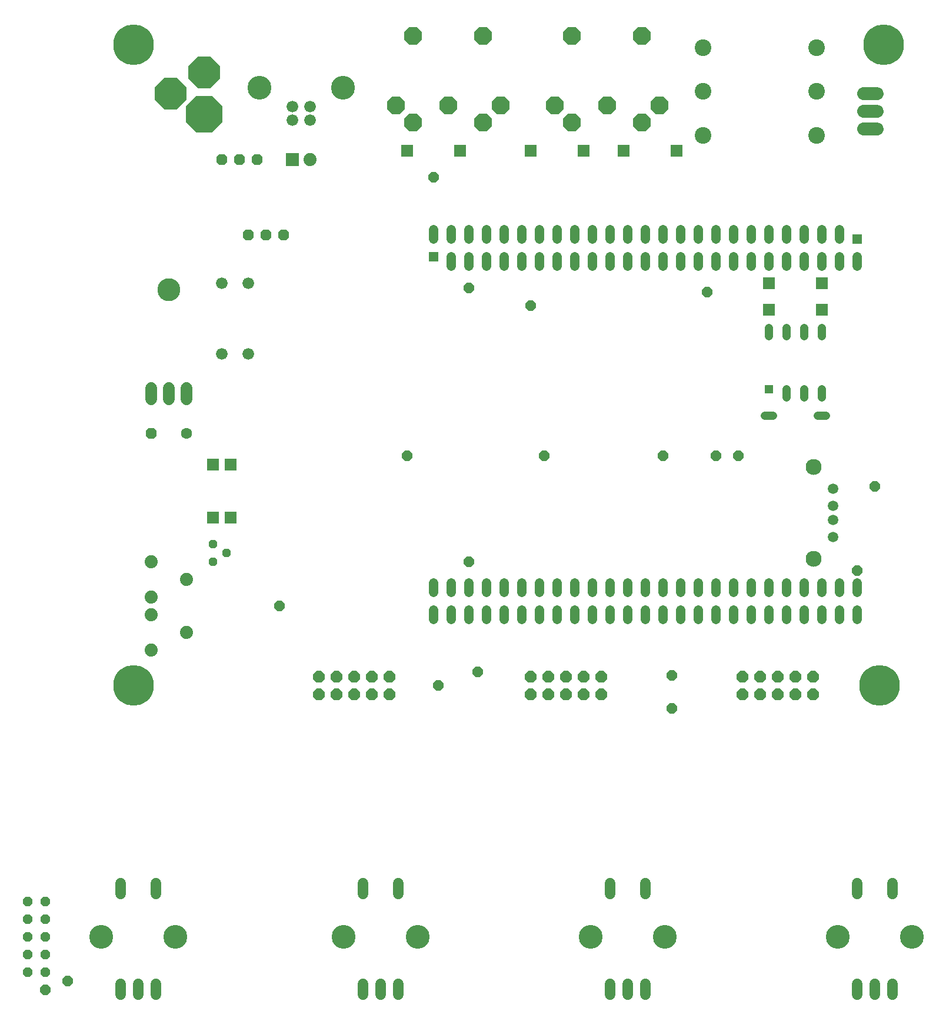
<source format=gbr>
G04 EAGLE Gerber X2 export*
%TF.Part,Single*%
%TF.FileFunction,Soldermask,Bot,1*%
%TF.FilePolarity,Negative*%
%TF.GenerationSoftware,Autodesk,EAGLE,8.6.0*%
%TF.CreationDate,2018-04-15T11:35:01Z*%
G75*
%MOMM*%
%FSLAX34Y34*%
%LPD*%
%AMOC8*
5,1,8,0,0,1.08239X$1,22.5*%
G01*
%ADD10C,5.842000*%
%ADD11C,1.350000*%
%ADD12R,1.350000X1.350000*%
%ADD13P,2.749271X8X202.500000*%
%ADD14R,1.219200X1.219200*%
%ADD15C,1.219200*%
%ADD16R,1.778000X1.778000*%
%ADD17P,1.814519X8X202.500000*%
%ADD18C,1.524000*%
%ADD19C,3.429000*%
%ADD20P,1.484606X8X112.500000*%
%ADD21P,1.814519X8X22.500000*%
%ADD22P,4.907448X8X22.500000*%
%ADD23P,4.907448X8X292.500000*%
%ADD24P,5.732229X8X22.500000*%
%ADD25C,1.600200*%
%ADD26P,1.732040X8X202.500000*%
%ADD27C,1.676400*%
%ADD28C,3.302000*%
%ADD29C,2.400000*%
%ADD30C,1.879600*%
%ADD31R,1.879600X1.879600*%
%ADD32C,1.879600*%
%ADD33C,1.676400*%
%ADD34P,1.732040X8X22.500000*%
%ADD35C,1.500000*%
%ADD36C,2.300000*%
%ADD37P,1.319650X8X292.500000*%
%ADD38P,1.666881X8X22.500000*%


D10*
X1339850Y31750D03*
X266700Y31750D03*
X266700Y952500D03*
X1346200Y952500D03*
D11*
X698500Y139700D02*
X698500Y126200D01*
X698500Y165100D02*
X698500Y178600D01*
X723900Y139700D02*
X723900Y126200D01*
X723900Y165100D02*
X723900Y178600D01*
X749300Y139700D02*
X749300Y126200D01*
X749300Y165100D02*
X749300Y178600D01*
X774700Y139700D02*
X774700Y126200D01*
X774700Y165100D02*
X774700Y178600D01*
X800100Y139700D02*
X800100Y126200D01*
X800100Y165100D02*
X800100Y178600D01*
X825500Y139700D02*
X825500Y126200D01*
X825500Y165100D02*
X825500Y178600D01*
X850900Y139700D02*
X850900Y126200D01*
X850900Y165100D02*
X850900Y178600D01*
X876300Y139700D02*
X876300Y126200D01*
X876300Y165100D02*
X876300Y178600D01*
X901700Y139700D02*
X901700Y126200D01*
X901700Y165100D02*
X901700Y178600D01*
X927100Y139700D02*
X927100Y126200D01*
X927100Y165100D02*
X927100Y178600D01*
X952500Y139700D02*
X952500Y126200D01*
X952500Y165100D02*
X952500Y178600D01*
X977900Y139700D02*
X977900Y126200D01*
X977900Y165100D02*
X977900Y178600D01*
X1003300Y139700D02*
X1003300Y126200D01*
X1003300Y165100D02*
X1003300Y178600D01*
X1028700Y139700D02*
X1028700Y126200D01*
X1028700Y165100D02*
X1028700Y178600D01*
X1054100Y139700D02*
X1054100Y126200D01*
X1054100Y165100D02*
X1054100Y178600D01*
X1079500Y139700D02*
X1079500Y126200D01*
X1079500Y165100D02*
X1079500Y178600D01*
X1104900Y139700D02*
X1104900Y126200D01*
X1104900Y165100D02*
X1104900Y178600D01*
X1130300Y139700D02*
X1130300Y126200D01*
X1130300Y165100D02*
X1130300Y178600D01*
X1155700Y139700D02*
X1155700Y126200D01*
X1155700Y165100D02*
X1155700Y178600D01*
X1181100Y139700D02*
X1181100Y126200D01*
X1181100Y165100D02*
X1181100Y178600D01*
X1206500Y139700D02*
X1206500Y126200D01*
X1206500Y165100D02*
X1206500Y178600D01*
X1231900Y139700D02*
X1231900Y126200D01*
X1231900Y165100D02*
X1231900Y178600D01*
X1257300Y139700D02*
X1257300Y126200D01*
X1257300Y165100D02*
X1257300Y178600D01*
X1282700Y139700D02*
X1282700Y126200D01*
X1282700Y165100D02*
X1282700Y178600D01*
X1308100Y139700D02*
X1308100Y126200D01*
X1308100Y165100D02*
X1308100Y178600D01*
D12*
X698500Y647700D03*
D11*
X698500Y673100D02*
X698500Y686600D01*
X723900Y647700D02*
X723900Y634200D01*
X723900Y673100D02*
X723900Y686600D01*
X749300Y647700D02*
X749300Y634200D01*
X749300Y673100D02*
X749300Y686600D01*
X774700Y647700D02*
X774700Y634200D01*
X774700Y673100D02*
X774700Y686600D01*
X800100Y647700D02*
X800100Y634200D01*
X800100Y673100D02*
X800100Y686600D01*
X825500Y647700D02*
X825500Y634200D01*
X825500Y673100D02*
X825500Y686600D01*
X850900Y647700D02*
X850900Y634200D01*
X850900Y673100D02*
X850900Y686600D01*
X876300Y647700D02*
X876300Y634200D01*
X876300Y673100D02*
X876300Y686600D01*
X901700Y647700D02*
X901700Y634200D01*
X901700Y673100D02*
X901700Y686600D01*
X927100Y647700D02*
X927100Y634200D01*
X927100Y673100D02*
X927100Y686600D01*
X952500Y647700D02*
X952500Y634200D01*
X952500Y673100D02*
X952500Y686600D01*
X977900Y647700D02*
X977900Y634200D01*
X977900Y673100D02*
X977900Y686600D01*
X1003300Y647700D02*
X1003300Y634200D01*
X1003300Y673100D02*
X1003300Y686600D01*
X1028700Y647700D02*
X1028700Y634200D01*
X1028700Y673100D02*
X1028700Y686600D01*
X1054100Y647700D02*
X1054100Y634200D01*
X1054100Y673100D02*
X1054100Y686600D01*
X1079500Y647700D02*
X1079500Y634200D01*
X1079500Y673100D02*
X1079500Y686600D01*
X1104900Y647700D02*
X1104900Y634200D01*
X1104900Y673100D02*
X1104900Y686600D01*
X1130300Y647700D02*
X1130300Y634200D01*
X1130300Y673100D02*
X1130300Y686600D01*
X1155700Y647700D02*
X1155700Y634200D01*
X1155700Y673100D02*
X1155700Y686600D01*
X1181100Y647700D02*
X1181100Y634200D01*
X1181100Y673100D02*
X1181100Y686600D01*
X1206500Y647700D02*
X1206500Y634200D01*
X1206500Y673100D02*
X1206500Y686600D01*
X1231900Y647700D02*
X1231900Y634200D01*
X1231900Y673100D02*
X1231900Y686600D01*
X1257300Y647700D02*
X1257300Y634200D01*
X1257300Y673100D02*
X1257300Y686600D01*
X1282700Y647700D02*
X1282700Y634200D01*
X1282700Y673100D02*
X1282700Y686600D01*
X1308100Y647700D02*
X1308100Y634200D01*
D12*
X1308100Y673100D03*
D13*
X719300Y865600D03*
X644500Y865700D03*
X794600Y865700D03*
X769200Y840500D03*
X669200Y840400D03*
X769200Y965522D03*
X669124Y965522D03*
X947900Y865600D03*
X873100Y865700D03*
X1023200Y865700D03*
X997800Y840500D03*
X897800Y840400D03*
X997800Y965522D03*
X897724Y965522D03*
D14*
X1181100Y457200D03*
D15*
X1206500Y457200D02*
X1206500Y445008D01*
X1206500Y533400D02*
X1206500Y545592D01*
X1181100Y545592D02*
X1181100Y533400D01*
X1231900Y457200D02*
X1231900Y445008D01*
X1257300Y445008D02*
X1257300Y457200D01*
X1231900Y533400D02*
X1231900Y545592D01*
X1257300Y545592D02*
X1257300Y533400D01*
X1251204Y419100D02*
X1263396Y419100D01*
X1187196Y419100D02*
X1175004Y419100D01*
D16*
X736600Y800100D03*
X660400Y800100D03*
X838200Y800100D03*
X914400Y800100D03*
X1257300Y609600D03*
X1181100Y609600D03*
X1181100Y571500D03*
X1257300Y571500D03*
D17*
X635000Y44450D03*
X635000Y19050D03*
X609600Y44450D03*
X609600Y19050D03*
X584200Y44450D03*
X584200Y19050D03*
X558800Y44450D03*
X558800Y19050D03*
X533400Y44450D03*
X533400Y19050D03*
D18*
X273050Y-397510D02*
X273050Y-412750D01*
X298450Y-267970D02*
X298450Y-252730D01*
D19*
X326390Y-330200D03*
X219710Y-330200D03*
D18*
X247650Y-267970D02*
X247650Y-252730D01*
X298450Y-397510D02*
X298450Y-412750D01*
X247650Y-412750D02*
X247650Y-397510D01*
X622300Y-397510D02*
X622300Y-412750D01*
X647700Y-267970D02*
X647700Y-252730D01*
D19*
X675640Y-330200D03*
X568960Y-330200D03*
D18*
X596900Y-267970D02*
X596900Y-252730D01*
X647700Y-397510D02*
X647700Y-412750D01*
X596900Y-412750D02*
X596900Y-397510D01*
X977900Y-397510D02*
X977900Y-412750D01*
X1003300Y-267970D02*
X1003300Y-252730D01*
D19*
X1031240Y-330200D03*
X924560Y-330200D03*
D18*
X952500Y-267970D02*
X952500Y-252730D01*
X1003300Y-397510D02*
X1003300Y-412750D01*
X952500Y-412750D02*
X952500Y-397510D01*
X1333500Y-397510D02*
X1333500Y-412750D01*
X1358900Y-267970D02*
X1358900Y-252730D01*
D19*
X1386840Y-330200D03*
X1280160Y-330200D03*
D18*
X1308100Y-267970D02*
X1308100Y-252730D01*
X1358900Y-397510D02*
X1358900Y-412750D01*
X1308100Y-412750D02*
X1308100Y-397510D01*
D20*
X139700Y-381000D03*
X114300Y-381000D03*
X139700Y-355600D03*
X114300Y-355600D03*
X139700Y-330200D03*
X114300Y-330200D03*
X139700Y-304800D03*
X114300Y-304800D03*
X139700Y-279400D03*
X114300Y-279400D03*
D21*
X838200Y19050D03*
X838200Y44450D03*
X863600Y19050D03*
X863600Y44450D03*
X889000Y19050D03*
X889000Y44450D03*
X914400Y19050D03*
X914400Y44450D03*
X939800Y19050D03*
X939800Y44450D03*
X1143000Y19050D03*
X1143000Y44450D03*
X1168400Y19050D03*
X1168400Y44450D03*
X1193800Y19050D03*
X1193800Y44450D03*
X1219200Y19050D03*
X1219200Y44450D03*
X1244600Y19050D03*
X1244600Y44450D03*
D22*
X368300Y912650D03*
D23*
X320300Y882650D03*
D24*
X368300Y852650D03*
D25*
X342900Y393700D03*
D26*
X292100Y393700D03*
D27*
X292100Y442468D02*
X292100Y459232D01*
X317500Y459232D02*
X317500Y442468D01*
X342900Y442468D02*
X342900Y459232D01*
D28*
X317500Y600710D03*
D29*
X1086200Y885600D03*
X1250000Y885600D03*
X1086200Y948600D03*
X1250000Y948600D03*
X1086200Y822600D03*
X1250000Y822600D03*
D30*
X1317752Y831850D02*
X1336548Y831850D01*
X1336548Y857250D02*
X1317752Y857250D01*
X1317752Y882650D02*
X1336548Y882650D01*
D31*
X495300Y787400D03*
D32*
X520700Y787400D03*
D16*
X1047750Y800100D03*
X971550Y800100D03*
D32*
X292100Y209550D03*
X342900Y184150D03*
X292100Y158750D03*
D33*
X520500Y863600D03*
X520500Y843788D03*
X495500Y863600D03*
D19*
X447802Y890778D03*
X568198Y890778D03*
D33*
X495500Y843788D03*
X431800Y508000D03*
X431800Y609600D03*
X393700Y609600D03*
X393700Y508000D03*
D26*
X444500Y787400D03*
X419100Y787400D03*
X393700Y787400D03*
D34*
X431800Y679450D03*
X457200Y679450D03*
X482600Y679450D03*
D35*
X1272901Y314401D03*
X1272901Y289400D03*
X1272901Y269400D03*
X1272901Y244399D03*
D36*
X1245799Y345100D03*
X1245799Y213700D03*
D37*
X381000Y209550D03*
X400050Y222250D03*
X381000Y234950D03*
D32*
X292100Y133350D03*
X342900Y107950D03*
X292100Y82550D03*
D16*
X381000Y273050D03*
X381000Y349250D03*
X406400Y349250D03*
X406400Y273050D03*
D38*
X762000Y50800D03*
X838200Y577850D03*
X1092200Y596900D03*
X1104900Y361950D03*
X1136650Y361950D03*
X1308100Y196850D03*
X704850Y31750D03*
X1028700Y361950D03*
X698500Y762000D03*
X139700Y-406400D03*
X476250Y146050D03*
X660400Y361950D03*
X857250Y361950D03*
X749300Y603250D03*
X749300Y209550D03*
X171450Y-393700D03*
X1041400Y-1270D03*
X1041400Y45720D03*
X1333500Y317500D03*
M02*

</source>
